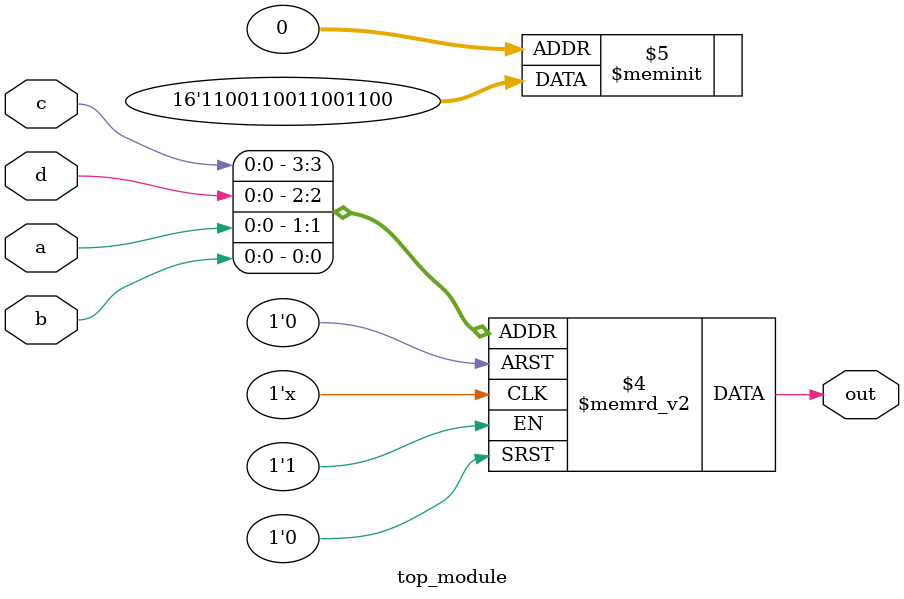
<source format=sv>
module top_module (
	input a, 
	input b,
	input c,
	input d,
	output reg out
);

always @(*) begin
	case ({c, d, a, b})
	4'b0001, 4'b1001, 4'b0101, 4'b1101: out = 1'b0;
	4'b0010, 4'b0011, 4'b1010, 4'b1011,
	4'b0110, 4'b0111, 4'b1110, 4'b1111: out = 1'b1;
	default: out = 1'b0;  // Handling unused states and don't-care conditions.
	endcase
end

endmodule

</source>
